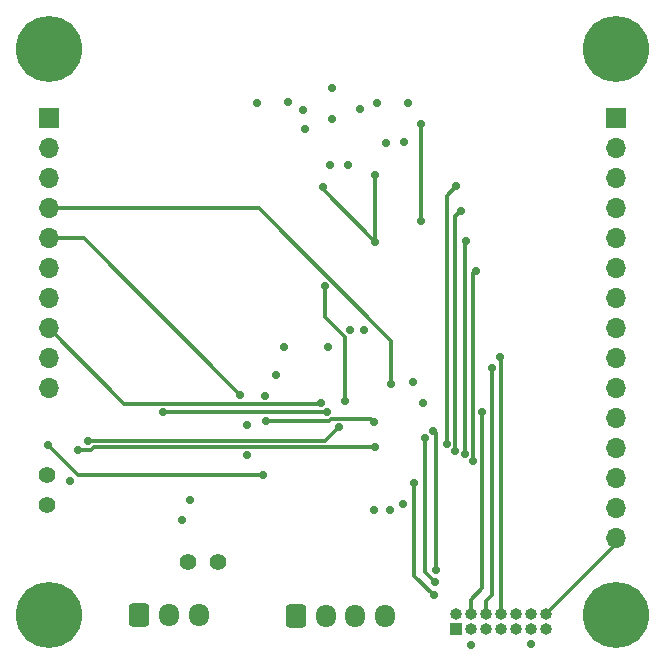
<source format=gbr>
%TF.GenerationSoftware,KiCad,Pcbnew,9.0.0*%
%TF.CreationDate,2025-02-21T21:13:24-05:00*%
%TF.ProjectId,SensorModuleBreakout,53656e73-6f72-44d6-9f64-756c65427265,rev?*%
%TF.SameCoordinates,Original*%
%TF.FileFunction,Copper,L4,Bot*%
%TF.FilePolarity,Positive*%
%FSLAX46Y46*%
G04 Gerber Fmt 4.6, Leading zero omitted, Abs format (unit mm)*
G04 Created by KiCad (PCBNEW 9.0.0) date 2025-02-21 21:13:24*
%MOMM*%
%LPD*%
G01*
G04 APERTURE LIST*
G04 Aperture macros list*
%AMRoundRect*
0 Rectangle with rounded corners*
0 $1 Rounding radius*
0 $2 $3 $4 $5 $6 $7 $8 $9 X,Y pos of 4 corners*
0 Add a 4 corners polygon primitive as box body*
4,1,4,$2,$3,$4,$5,$6,$7,$8,$9,$2,$3,0*
0 Add four circle primitives for the rounded corners*
1,1,$1+$1,$2,$3*
1,1,$1+$1,$4,$5*
1,1,$1+$1,$6,$7*
1,1,$1+$1,$8,$9*
0 Add four rect primitives between the rounded corners*
20,1,$1+$1,$2,$3,$4,$5,0*
20,1,$1+$1,$4,$5,$6,$7,0*
20,1,$1+$1,$6,$7,$8,$9,0*
20,1,$1+$1,$8,$9,$2,$3,0*%
G04 Aperture macros list end*
%TA.AperFunction,ComponentPad*%
%ADD10O,1.700000X1.950000*%
%TD*%
%TA.AperFunction,ComponentPad*%
%ADD11RoundRect,0.250000X-0.600000X-0.725000X0.600000X-0.725000X0.600000X0.725000X-0.600000X0.725000X0*%
%TD*%
%TA.AperFunction,ComponentPad*%
%ADD12R,1.000000X1.000000*%
%TD*%
%TA.AperFunction,ComponentPad*%
%ADD13O,1.000000X1.000000*%
%TD*%
%TA.AperFunction,ComponentPad*%
%ADD14C,5.600000*%
%TD*%
%TA.AperFunction,ComponentPad*%
%ADD15R,1.700000X1.700000*%
%TD*%
%TA.AperFunction,ComponentPad*%
%ADD16O,1.700000X1.700000*%
%TD*%
%TA.AperFunction,ComponentPad*%
%ADD17C,1.400000*%
%TD*%
%TA.AperFunction,ViaPad*%
%ADD18C,0.700000*%
%TD*%
%TA.AperFunction,Conductor*%
%ADD19C,0.300000*%
%TD*%
G04 APERTURE END LIST*
D10*
%TO.P,J4,3,Pin_3*%
%TO.N,+3V3*%
X118670000Y-104000000D03*
%TO.P,J4,2,Pin_2*%
%TO.N,GND*%
X116170000Y-104000000D03*
D11*
%TO.P,J4,1,Pin_1*%
%TO.N,VBAT*%
X113670000Y-104000000D03*
%TD*%
D12*
%TO.P,J1,1,NC*%
%TO.N,unconnected-(J1-NC-Pad1)*%
X140430000Y-105150000D03*
D13*
%TO.P,J1,2,NC*%
%TO.N,unconnected-(J1-NC-Pad2)*%
X140430000Y-103880000D03*
%TO.P,J1,3,VCC*%
%TO.N,+3V3*%
X141700000Y-105150000D03*
%TO.P,J1,4,JTMS/SWDIO*%
%TO.N,JTMS{slash}SWDIO*%
X141700000Y-103880000D03*
%TO.P,J1,5,GND*%
%TO.N,GND*%
X142970000Y-105150000D03*
%TO.P,J1,6,JCLK/SWCLK*%
%TO.N,JTCK_SWCLK*%
X142970000Y-103880000D03*
%TO.P,J1,7,GND*%
%TO.N,GND*%
X144240000Y-105150000D03*
%TO.P,J1,8,JTDO/SWO*%
%TO.N,JTDO{slash}SWO*%
X144240000Y-103880000D03*
%TO.P,J1,9,JRCLK/NC*%
%TO.N,unconnected-(J1-JRCLK{slash}NC-Pad9)*%
X145510000Y-105150000D03*
%TO.P,J1,10,JTDI/NC*%
%TO.N,unconnected-(J1-JTDI{slash}NC-Pad10)*%
X145510000Y-103880000D03*
%TO.P,J1,11,GNDDetect*%
%TO.N,GND*%
X146780000Y-105150000D03*
%TO.P,J1,12,~{RST}*%
%TO.N,NRST*%
X146780000Y-103880000D03*
%TO.P,J1,13,VCP_RX*%
%TO.N,VCP_RX*%
X148050000Y-105150000D03*
%TO.P,J1,14,VCP_TX*%
%TO.N,VCP_TX*%
X148050000Y-103880000D03*
%TD*%
D11*
%TO.P,J5,1,Pin_1*%
%TO.N,CC_TX*%
X126920000Y-104075000D03*
D10*
%TO.P,J5,2,Pin_2*%
%TO.N,CC_RX*%
X129420000Y-104075000D03*
%TO.P,J5,3,Pin_3*%
%TO.N,CC_WKE*%
X131920000Y-104075000D03*
%TO.P,J5,4,Pin_4*%
%TO.N,CC_RDY*%
X134420000Y-104075000D03*
%TD*%
D14*
%TO.P,H2,1,1*%
%TO.N,GND*%
X154000000Y-56000000D03*
%TD*%
%TO.P,H3,1,1*%
%TO.N,GND*%
X106000000Y-104000000D03*
%TD*%
D15*
%TO.P,J2,1,Pin_1*%
%TO.N,+3V3*%
X106000000Y-61920000D03*
D16*
%TO.P,J2,2,Pin_2*%
%TO.N,GND*%
X106000000Y-64460000D03*
%TO.P,J2,3,Pin_3*%
%TO.N,PB4*%
X106000000Y-67000000D03*
%TO.P,J2,4,Pin_4*%
%TO.N,PA15*%
X106000000Y-69540000D03*
%TO.P,J2,5,Pin_5*%
%TO.N,PA12*%
X106000000Y-72080000D03*
%TO.P,J2,6,Pin_6*%
%TO.N,PA11*%
X106000000Y-74620000D03*
%TO.P,J2,7,Pin_7*%
%TO.N,PB8*%
X106000000Y-77160000D03*
%TO.P,J2,8,Pin_8*%
%TO.N,PB9*%
X106000000Y-79700000D03*
%TO.P,J2,9,Pin_9*%
%TO.N,PA8*%
X106000000Y-82240000D03*
%TO.P,J2,10,Pin_10*%
%TO.N,PA1*%
X106000000Y-84780000D03*
%TD*%
D17*
%TO.P,JP2,1,A*%
%TO.N,Net-(JP2-A)*%
X120350000Y-99500000D03*
%TO.P,JP2,2,B*%
%TO.N,+3V3*%
X117810000Y-99500000D03*
%TD*%
D14*
%TO.P,H4,1,1*%
%TO.N,GND*%
X154000000Y-104000000D03*
%TD*%
%TO.P,H1,1,1*%
%TO.N,GND*%
X106000000Y-56000000D03*
%TD*%
D15*
%TO.P,J3,1,Pin_1*%
%TO.N,SDA*%
X154000000Y-61920000D03*
D16*
%TO.P,J3,2,Pin_2*%
%TO.N,SCL*%
X154000000Y-64460000D03*
%TO.P,J3,3,Pin_3*%
%TO.N,PB15*%
X154000000Y-67000000D03*
%TO.P,J3,4,Pin_4*%
%TO.N,PB14*%
X154000000Y-69540000D03*
%TO.P,J3,5,Pin_5*%
%TO.N,PB13*%
X154000000Y-72080000D03*
%TO.P,J3,6,Pin_6*%
%TO.N,PB12*%
X154000000Y-74620000D03*
%TO.P,J3,7,Pin_7*%
%TO.N,PB11*%
X154000000Y-77160000D03*
%TO.P,J3,8,Pin_8*%
%TO.N,PB10*%
X154000000Y-79700000D03*
%TO.P,J3,9,Pin_9*%
%TO.N,PB2*%
X154000000Y-82240000D03*
%TO.P,J3,10,Pin_10*%
%TO.N,PB1*%
X154000000Y-84780000D03*
%TO.P,J3,11,Pin_11*%
%TO.N,PB0*%
X154000000Y-87320000D03*
%TO.P,J3,12,Pin_12*%
%TO.N,PA7*%
X154000000Y-89860000D03*
%TO.P,J3,13,Pin_13*%
%TO.N,PA6*%
X154000000Y-92400000D03*
%TO.P,J3,14,Pin_14*%
%TO.N,VCP_RX*%
X154000000Y-94940000D03*
%TO.P,J3,15,Pin_15*%
%TO.N,VCP_TX*%
X154000000Y-97480000D03*
%TD*%
D17*
%TO.P,JP1,1,A*%
%TO.N,+3V3*%
X105850000Y-92100000D03*
%TO.P,JP1,2,B*%
%TO.N,/BOOT0*%
X105850000Y-94640000D03*
%TD*%
D18*
%TO.N,GND*%
X123600000Y-60600000D03*
%TO.N,+3V3*%
X126250000Y-60550000D03*
%TO.N,INT*%
X137500000Y-62350000D03*
%TO.N,/BOOT0*%
X130600000Y-88050000D03*
%TO.N,VCP_RX*%
X138513440Y-88341846D03*
%TO.N,GND*%
X146800000Y-106400000D03*
%TO.N,+3V3*%
X141700000Y-106500000D03*
%TO.N,NRST*%
X138600000Y-102300000D03*
%TO.N,VCP_TX*%
X138700000Y-101200000D03*
%TO.N,JTMS{slash}SWDIO*%
X142700000Y-86750000D03*
%TO.N,JTCK_SWCLK*%
X143500000Y-83050000D03*
%TO.N,JTDO{slash}SWO*%
X144200000Y-82150000D03*
%TO.N,+3V3*%
X134850000Y-95050000D03*
X136800000Y-84200000D03*
X124300000Y-85400000D03*
X133800000Y-60600000D03*
X131300000Y-65900000D03*
X131500000Y-79850000D03*
X122800000Y-90450000D03*
X125900000Y-81300000D03*
X132650000Y-79800000D03*
%TO.N,GND*%
X130000000Y-62000000D03*
X137650000Y-86000000D03*
X133550000Y-95050000D03*
X129800000Y-65900000D03*
X125200000Y-83600000D03*
X117300000Y-95900000D03*
X122800000Y-87850000D03*
X135950000Y-94550000D03*
X136400000Y-60600000D03*
X127550000Y-61200000D03*
X117950000Y-94250000D03*
X130000000Y-59300000D03*
X127650000Y-62800000D03*
X132350000Y-61150000D03*
X107800000Y-92600000D03*
X136050000Y-63950000D03*
X134550000Y-64000000D03*
X129650000Y-81300000D03*
%TO.N,VCP_TX*%
X137850000Y-88950000D03*
%TO.N,NRST*%
X136950000Y-92800000D03*
%TO.N,VCP_RX*%
X138750000Y-100150000D03*
%TO.N,SCL*%
X133650000Y-66700000D03*
X129200000Y-67700000D03*
X133650000Y-72350000D03*
%TO.N,INT*%
X137519975Y-70619975D03*
%TO.N,PA15*%
X135000000Y-84400000D03*
%TO.N,PB15*%
X140500000Y-67650000D03*
X139700000Y-89450000D03*
%TO.N,PB13*%
X141221166Y-90369362D03*
X141350000Y-72300000D03*
%TO.N,PB14*%
X140850000Y-69750000D03*
X140387049Y-90031350D03*
%TO.N,PB12*%
X141905106Y-90954367D03*
X142150000Y-74800000D03*
%TO.N,PA8*%
X133600000Y-89750000D03*
X108500000Y-90000000D03*
%TO.N,PA12*%
X122150000Y-85300000D03*
X124400000Y-87550000D03*
X133490965Y-87590965D03*
%TO.N,PB9*%
X129050000Y-86000000D03*
%TO.N,PB8*%
X115650000Y-86800000D03*
X129533189Y-86759297D03*
%TO.N,PA1*%
X124150000Y-92100000D03*
X105950000Y-89550000D03*
%TO.N,PB4*%
X131050000Y-85800000D03*
X129350000Y-76100000D03*
%TO.N,/BOOT0*%
X109350000Y-89250000D03*
%TD*%
D19*
%TO.N,INT*%
X137519975Y-62369975D02*
X137500000Y-62350000D01*
X137519975Y-63669975D02*
X137519975Y-62369975D01*
%TO.N,/BOOT0*%
X129400000Y-89250000D02*
X109350000Y-89250000D01*
X130600000Y-88050000D02*
X129400000Y-89250000D01*
%TO.N,VCP_RX*%
X138750000Y-88578406D02*
X138750000Y-100150000D01*
X138513440Y-88341846D02*
X138750000Y-88578406D01*
%TO.N,NRST*%
X136950000Y-100650000D02*
X138600000Y-102300000D01*
X136950000Y-92800000D02*
X136950000Y-100650000D01*
%TO.N,VCP_TX*%
X137850000Y-100350000D02*
X138700000Y-101200000D01*
X137850000Y-88950000D02*
X137850000Y-100350000D01*
X148050000Y-103880000D02*
X154000000Y-97930000D01*
X154000000Y-97930000D02*
X154000000Y-97480000D01*
%TO.N,JTMS{slash}SWDIO*%
X141700000Y-102650000D02*
X141700000Y-103880000D01*
X142700000Y-101650000D02*
X141700000Y-102650000D01*
%TO.N,JTCK_SWCLK*%
X143500000Y-102250000D02*
X142970000Y-102780000D01*
X142970000Y-102780000D02*
X142970000Y-103880000D01*
%TO.N,JTDO{slash}SWO*%
X144240000Y-82190000D02*
X144240000Y-103880000D01*
X144200000Y-82150000D02*
X144240000Y-82190000D01*
%TO.N,JTMS{slash}SWDIO*%
X142700000Y-86750000D02*
X142700000Y-101650000D01*
%TO.N,JTCK_SWCLK*%
X143500000Y-83050000D02*
X143500000Y-102250000D01*
%TO.N,SCL*%
X129200000Y-67900000D02*
X129200000Y-67700000D01*
X133650000Y-72350000D02*
X129200000Y-67900000D01*
X133650000Y-72350000D02*
X133650000Y-66700000D01*
%TO.N,INT*%
X137519975Y-70619975D02*
X137519975Y-63669975D01*
%TO.N,PA15*%
X135000000Y-80760050D02*
X123779950Y-69540000D01*
X135000000Y-84400000D02*
X135000000Y-80760050D01*
X123779950Y-69540000D02*
X106000000Y-69540000D01*
%TO.N,PB15*%
X139700000Y-68450000D02*
X140500000Y-67650000D01*
X139700000Y-89450000D02*
X139700000Y-68450000D01*
%TO.N,PB13*%
X141221166Y-90369362D02*
X141221166Y-72428834D01*
X141221166Y-72428834D02*
X141350000Y-72300000D01*
%TO.N,PB14*%
X140400000Y-90018399D02*
X140400000Y-70200000D01*
X140400000Y-70200000D02*
X140850000Y-69750000D01*
X140387049Y-90031350D02*
X140400000Y-90018399D01*
%TO.N,PB12*%
X141921166Y-90938307D02*
X141921166Y-75028834D01*
X141905106Y-90954367D02*
X141921166Y-90938307D01*
X141921166Y-75028834D02*
X142150000Y-74800000D01*
%TO.N,PA8*%
X109589950Y-90000000D02*
X108500000Y-90000000D01*
X109839950Y-89750000D02*
X109589950Y-90000000D01*
X133600000Y-89750000D02*
X109839950Y-89750000D01*
%TO.N,PA12*%
X129710050Y-87550000D02*
X124400000Y-87550000D01*
X133490965Y-87590965D02*
X133250000Y-87350000D01*
X108930000Y-72080000D02*
X106000000Y-72080000D01*
X133250000Y-87350000D02*
X129910050Y-87350000D01*
X129910050Y-87350000D02*
X129710050Y-87550000D01*
X122150000Y-85300000D02*
X108930000Y-72080000D01*
%TO.N,PB9*%
X128950000Y-86100000D02*
X112400000Y-86100000D01*
X112400000Y-86100000D02*
X106000000Y-79700000D01*
X129050000Y-86000000D02*
X128950000Y-86100000D01*
%TO.N,PB8*%
X129492486Y-86800000D02*
X129533189Y-86759297D01*
X115650000Y-86800000D02*
X129492486Y-86800000D01*
%TO.N,PA1*%
X108500000Y-92100000D02*
X105950000Y-89550000D01*
X124150000Y-92100000D02*
X108500000Y-92100000D01*
%TO.N,PB4*%
X131050000Y-85800000D02*
X131050000Y-80389950D01*
X131050000Y-80389950D02*
X129350000Y-78689950D01*
X129350000Y-78689950D02*
X129350000Y-76100000D01*
%TD*%
M02*

</source>
